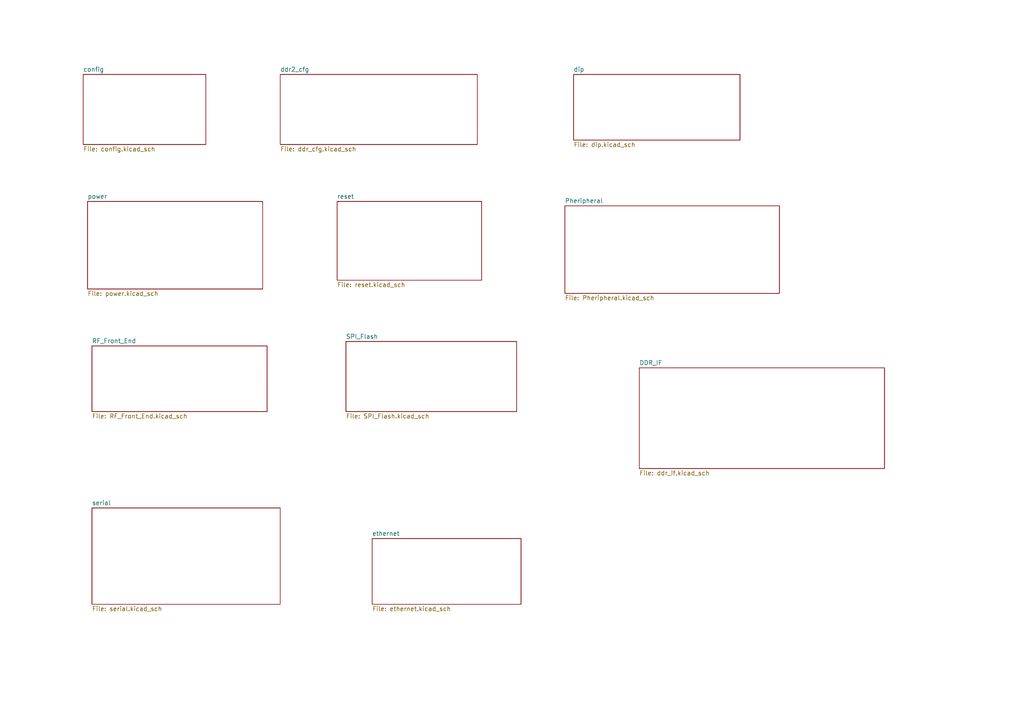
<source format=kicad_sch>
(kicad_sch
	(version 20250114)
	(generator "eeschema")
	(generator_version "9.0")
	(uuid "144686d4-2b77-460c-9924-cc86faff7e9d")
	(paper "A4")
	(lib_symbols)
	(sheet
		(at 107.95 156.21)
		(size 43.18 19.05)
		(exclude_from_sim no)
		(in_bom yes)
		(on_board yes)
		(dnp no)
		(fields_autoplaced yes)
		(stroke
			(width 0.1524)
			(type solid)
		)
		(fill
			(color 0 0 0 0.0000)
		)
		(uuid "00d328f0-b9c7-4c51-acfc-0ebd707dbbc0")
		(property "Sheetname" "ethernet"
			(at 107.95 155.4984 0)
			(effects
				(font
					(size 1.27 1.27)
				)
				(justify left bottom)
			)
		)
		(property "Sheetfile" "ethernet.kicad_sch"
			(at 107.95 175.8446 0)
			(effects
				(font
					(size 1.27 1.27)
				)
				(justify left top)
			)
		)
		(instances
			(project "mt7628v1"
				(path "/144686d4-2b77-460c-9924-cc86faff7e9d"
					(page "12")
				)
			)
		)
	)
	(sheet
		(at 163.83 59.69)
		(size 62.23 25.4)
		(exclude_from_sim no)
		(in_bom yes)
		(on_board yes)
		(dnp no)
		(fields_autoplaced yes)
		(stroke
			(width 0.1524)
			(type solid)
		)
		(fill
			(color 0 0 0 0.0000)
		)
		(uuid "218ba002-e319-46e9-a80e-651bdbb44c2c")
		(property "Sheetname" "Pheripheral"
			(at 163.83 58.9784 0)
			(effects
				(font
					(size 1.27 1.27)
				)
				(justify left bottom)
			)
		)
		(property "Sheetfile" "Pheripheral.kicad_sch"
			(at 163.83 85.6746 0)
			(effects
				(font
					(size 1.27 1.27)
				)
				(justify left top)
			)
		)
		(instances
			(project "mt7628v1"
				(path "/144686d4-2b77-460c-9924-cc86faff7e9d"
					(page "7")
				)
			)
		)
	)
	(sheet
		(at 26.67 147.32)
		(size 54.61 27.94)
		(exclude_from_sim no)
		(in_bom yes)
		(on_board yes)
		(dnp no)
		(fields_autoplaced yes)
		(stroke
			(width 0.1524)
			(type solid)
		)
		(fill
			(color 0 0 0 0.0000)
		)
		(uuid "57e5b37b-d8cc-46d7-a147-924dd462415e")
		(property "Sheetname" "serial"
			(at 26.67 146.6084 0)
			(effects
				(font
					(size 1.27 1.27)
				)
				(justify left bottom)
			)
		)
		(property "Sheetfile" "serial.kicad_sch"
			(at 26.67 175.8446 0)
			(effects
				(font
					(size 1.27 1.27)
				)
				(justify left top)
			)
		)
		(instances
			(project "mt7628v1"
				(path "/144686d4-2b77-460c-9924-cc86faff7e9d"
					(page "11")
				)
			)
		)
	)
	(sheet
		(at 26.67 100.33)
		(size 50.8 19.05)
		(exclude_from_sim no)
		(in_bom yes)
		(on_board yes)
		(dnp no)
		(fields_autoplaced yes)
		(stroke
			(width 0.1524)
			(type solid)
		)
		(fill
			(color 0 0 0 0.0000)
		)
		(uuid "5f56969f-c15e-472c-a90e-1c9ed534eadd")
		(property "Sheetname" "RF_Front_End"
			(at 26.67 99.6184 0)
			(effects
				(font
					(size 1.27 1.27)
				)
				(justify left bottom)
			)
		)
		(property "Sheetfile" "RF_Front_End.kicad_sch"
			(at 26.67 119.9646 0)
			(effects
				(font
					(size 1.27 1.27)
				)
				(justify left top)
			)
		)
		(instances
			(project "mt7628v1"
				(path "/144686d4-2b77-460c-9924-cc86faff7e9d"
					(page "8")
				)
			)
		)
	)
	(sheet
		(at 166.37 21.59)
		(size 48.26 19.05)
		(exclude_from_sim no)
		(in_bom yes)
		(on_board yes)
		(dnp no)
		(fields_autoplaced yes)
		(stroke
			(width 0.1524)
			(type solid)
		)
		(fill
			(color 0 0 0 0.0000)
		)
		(uuid "bc42e46e-6e7a-4135-9dbd-059be9291a07")
		(property "Sheetname" "dip"
			(at 166.37 20.8784 0)
			(effects
				(font
					(size 1.27 1.27)
				)
				(justify left bottom)
			)
		)
		(property "Sheetfile" "dip.kicad_sch"
			(at 166.37 41.2246 0)
			(effects
				(font
					(size 1.27 1.27)
				)
				(justify left top)
			)
		)
		(instances
			(project "mt7628v1"
				(path "/144686d4-2b77-460c-9924-cc86faff7e9d"
					(page "4")
				)
			)
		)
	)
	(sheet
		(at 24.13 21.59)
		(size 35.56 20.32)
		(exclude_from_sim no)
		(in_bom yes)
		(on_board yes)
		(dnp no)
		(fields_autoplaced yes)
		(stroke
			(width 0.1524)
			(type solid)
		)
		(fill
			(color 0 0 0 0.0000)
		)
		(uuid "bf8f1e72-29e7-42fb-9405-1131aaba26a2")
		(property "Sheetname" "config"
			(at 24.13 20.8784 0)
			(effects
				(font
					(size 1.27 1.27)
				)
				(justify left bottom)
			)
		)
		(property "Sheetfile" "config.kicad_sch"
			(at 24.13 42.4946 0)
			(effects
				(font
					(size 1.27 1.27)
				)
				(justify left top)
			)
		)
		(instances
			(project "mt7628v1"
				(path "/144686d4-2b77-460c-9924-cc86faff7e9d"
					(page "2")
				)
			)
		)
	)
	(sheet
		(at 81.28 21.59)
		(size 57.15 20.32)
		(exclude_from_sim no)
		(in_bom yes)
		(on_board yes)
		(dnp no)
		(fields_autoplaced yes)
		(stroke
			(width 0.1524)
			(type solid)
		)
		(fill
			(color 0 0 0 0.0000)
		)
		(uuid "c6797832-df5c-4007-a403-ab5e3d7ff058")
		(property "Sheetname" "ddr2_cfg"
			(at 81.28 20.8784 0)
			(effects
				(font
					(size 1.27 1.27)
				)
				(justify left bottom)
			)
		)
		(property "Sheetfile" "ddr_cfg.kicad_sch"
			(at 81.28 42.4946 0)
			(effects
				(font
					(size 1.27 1.27)
				)
				(justify left top)
			)
		)
		(instances
			(project "mt7628v1"
				(path "/144686d4-2b77-460c-9924-cc86faff7e9d"
					(page "3")
				)
			)
		)
	)
	(sheet
		(at 185.42 106.68)
		(size 71.12 29.21)
		(exclude_from_sim no)
		(in_bom yes)
		(on_board yes)
		(dnp no)
		(fields_autoplaced yes)
		(stroke
			(width 0.1524)
			(type solid)
		)
		(fill
			(color 0 0 0 0.0000)
		)
		(uuid "d136ccdd-d369-41a7-95db-a3b0f1b1dbbd")
		(property "Sheetname" "DDR_IF"
			(at 185.42 105.9684 0)
			(effects
				(font
					(size 1.27 1.27)
				)
				(justify left bottom)
			)
		)
		(property "Sheetfile" "ddr_if.kicad_sch"
			(at 185.42 136.4746 0)
			(effects
				(font
					(size 1.27 1.27)
				)
				(justify left top)
			)
		)
		(instances
			(project "mt7628v1"
				(path "/144686d4-2b77-460c-9924-cc86faff7e9d"
					(page "10")
				)
			)
		)
	)
	(sheet
		(at 100.33 99.06)
		(size 49.53 20.32)
		(exclude_from_sim no)
		(in_bom yes)
		(on_board yes)
		(dnp no)
		(fields_autoplaced yes)
		(stroke
			(width 0.1524)
			(type solid)
		)
		(fill
			(color 0 0 0 0.0000)
		)
		(uuid "e726f949-87b9-4003-b19f-514b2cb91158")
		(property "Sheetname" "SPI_Flash"
			(at 100.33 98.3484 0)
			(effects
				(font
					(size 1.27 1.27)
				)
				(justify left bottom)
			)
		)
		(property "Sheetfile" "SPI_Flash.kicad_sch"
			(at 100.33 119.9646 0)
			(effects
				(font
					(size 1.27 1.27)
				)
				(justify left top)
			)
		)
		(instances
			(project "mt7628v1"
				(path "/144686d4-2b77-460c-9924-cc86faff7e9d"
					(page "9")
				)
			)
		)
	)
	(sheet
		(at 25.4 58.42)
		(size 50.8 25.4)
		(exclude_from_sim no)
		(in_bom yes)
		(on_board yes)
		(dnp no)
		(fields_autoplaced yes)
		(stroke
			(width 0.1524)
			(type solid)
		)
		(fill
			(color 0 0 0 0.0000)
		)
		(uuid "e98d7627-8453-4426-bf8d-7d76af929d8e")
		(property "Sheetname" "power"
			(at 25.4 57.7084 0)
			(effects
				(font
					(size 1.27 1.27)
				)
				(justify left bottom)
			)
		)
		(property "Sheetfile" "power.kicad_sch"
			(at 25.4 84.4046 0)
			(effects
				(font
					(size 1.27 1.27)
				)
				(justify left top)
			)
		)
		(instances
			(project "mt7628v1"
				(path "/144686d4-2b77-460c-9924-cc86faff7e9d"
					(page "5")
				)
			)
		)
	)
	(sheet
		(at 97.79 58.42)
		(size 41.91 22.86)
		(exclude_from_sim no)
		(in_bom yes)
		(on_board yes)
		(dnp no)
		(fields_autoplaced yes)
		(stroke
			(width 0.1524)
			(type solid)
		)
		(fill
			(color 0 0 0 0.0000)
		)
		(uuid "ee243a0d-1427-4ec7-9f27-222881e3da4a")
		(property "Sheetname" "reset"
			(at 97.79 57.7084 0)
			(effects
				(font
					(size 1.27 1.27)
				)
				(justify left bottom)
			)
		)
		(property "Sheetfile" "reset.kicad_sch"
			(at 97.79 81.8646 0)
			(effects
				(font
					(size 1.27 1.27)
				)
				(justify left top)
			)
		)
		(instances
			(project "mt7628v1"
				(path "/144686d4-2b77-460c-9924-cc86faff7e9d"
					(page "6")
				)
			)
		)
	)
	(sheet_instances
		(path "/"
			(page "1")
		)
	)
	(embedded_fonts no)
)

</source>
